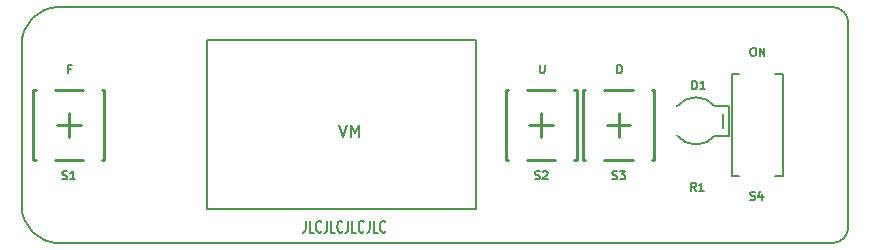
<source format=gbr>
G04 #@! TF.GenerationSoftware,KiCad,Pcbnew,5.1.0-unknown-9bfce26~82~ubuntu18.04.1*
G04 #@! TF.CreationDate,2019-03-12T00:27:46+01:00*
G04 #@! TF.ProjectId,spwm3.3,7370776d-332e-4332-9e6b-696361645f70,rev?*
G04 #@! TF.SameCoordinates,Original*
G04 #@! TF.FileFunction,Legend,Top*
G04 #@! TF.FilePolarity,Positive*
%FSLAX46Y46*%
G04 Gerber Fmt 4.6, Leading zero omitted, Abs format (unit mm)*
G04 Created by KiCad (PCBNEW 5.1.0-unknown-9bfce26~82~ubuntu18.04.1) date 2019-03-12 00:27:46*
%MOMM*%
%LPD*%
G04 APERTURE LIST*
%ADD10C,0.175750*%
%ADD11C,0.150000*%
%ADD12C,0.200000*%
%ADD13C,0.250000*%
G04 APERTURE END LIST*
D10*
X116948142Y-109563647D02*
X117048570Y-109597123D01*
X117215951Y-109597123D01*
X117282904Y-109563647D01*
X117316380Y-109530171D01*
X117349856Y-109463219D01*
X117349856Y-109396266D01*
X117316380Y-109329314D01*
X117282904Y-109295838D01*
X117215951Y-109262361D01*
X117082047Y-109228885D01*
X117015094Y-109195409D01*
X116981618Y-109161933D01*
X116948142Y-109094980D01*
X116948142Y-109028028D01*
X116981618Y-108961076D01*
X117015094Y-108927600D01*
X117082047Y-108894123D01*
X117249427Y-108894123D01*
X117349856Y-108927600D01*
X118019380Y-109597123D02*
X117617666Y-109597123D01*
X117818523Y-109597123D02*
X117818523Y-108894123D01*
X117751570Y-108994552D01*
X117684618Y-109061504D01*
X117617666Y-109094980D01*
X117655951Y-100228885D02*
X117421618Y-100228885D01*
X117421618Y-100597123D02*
X117421618Y-99894123D01*
X117756380Y-99894123D01*
X137552475Y-113102380D02*
X137552475Y-113816666D01*
X137518999Y-113959523D01*
X137452047Y-114054761D01*
X137351618Y-114102380D01*
X137284666Y-114102380D01*
X138221999Y-114102380D02*
X137887237Y-114102380D01*
X137887237Y-113102380D01*
X138858047Y-114007142D02*
X138824570Y-114054761D01*
X138724142Y-114102380D01*
X138657189Y-114102380D01*
X138556761Y-114054761D01*
X138489808Y-113959523D01*
X138456332Y-113864285D01*
X138422856Y-113673809D01*
X138422856Y-113530952D01*
X138456332Y-113340476D01*
X138489808Y-113245238D01*
X138556761Y-113150000D01*
X138657189Y-113102380D01*
X138724142Y-113102380D01*
X138824570Y-113150000D01*
X138858047Y-113197619D01*
X139360189Y-113102380D02*
X139360189Y-113816666D01*
X139326713Y-113959523D01*
X139259761Y-114054761D01*
X139159332Y-114102380D01*
X139092380Y-114102380D01*
X140029713Y-114102380D02*
X139694951Y-114102380D01*
X139694951Y-113102380D01*
X140665761Y-114007142D02*
X140632285Y-114054761D01*
X140531856Y-114102380D01*
X140464904Y-114102380D01*
X140364475Y-114054761D01*
X140297523Y-113959523D01*
X140264047Y-113864285D01*
X140230570Y-113673809D01*
X140230570Y-113530952D01*
X140264047Y-113340476D01*
X140297523Y-113245238D01*
X140364475Y-113150000D01*
X140464904Y-113102380D01*
X140531856Y-113102380D01*
X140632285Y-113150000D01*
X140665761Y-113197619D01*
X141167904Y-113102380D02*
X141167904Y-113816666D01*
X141134427Y-113959523D01*
X141067475Y-114054761D01*
X140967047Y-114102380D01*
X140900094Y-114102380D01*
X141837427Y-114102380D02*
X141502666Y-114102380D01*
X141502666Y-113102380D01*
X142473475Y-114007142D02*
X142439999Y-114054761D01*
X142339570Y-114102380D01*
X142272618Y-114102380D01*
X142172189Y-114054761D01*
X142105237Y-113959523D01*
X142071761Y-113864285D01*
X142038285Y-113673809D01*
X142038285Y-113530952D01*
X142071761Y-113340476D01*
X142105237Y-113245238D01*
X142172189Y-113150000D01*
X142272618Y-113102380D01*
X142339570Y-113102380D01*
X142439999Y-113150000D01*
X142473475Y-113197619D01*
X142975618Y-113102380D02*
X142975618Y-113816666D01*
X142942142Y-113959523D01*
X142875189Y-114054761D01*
X142774761Y-114102380D01*
X142707808Y-114102380D01*
X143645142Y-114102380D02*
X143310380Y-114102380D01*
X143310380Y-113102380D01*
X144281189Y-114007142D02*
X144247713Y-114054761D01*
X144147285Y-114102380D01*
X144080332Y-114102380D01*
X143979904Y-114054761D01*
X143912951Y-113959523D01*
X143879475Y-113864285D01*
X143845999Y-113673809D01*
X143845999Y-113530952D01*
X143879475Y-113340476D01*
X143912951Y-113245238D01*
X143979904Y-113150000D01*
X144080332Y-113102380D01*
X144147285Y-113102380D01*
X144247713Y-113150000D01*
X144281189Y-113197619D01*
D11*
X183501100Y-113603599D02*
G75*
G02X182101100Y-115003600I-1399828J-173D01*
G01*
X183501100Y-113603600D02*
X183501100Y-111153600D01*
X183501100Y-111153600D02*
X183501100Y-96403600D01*
X182101100Y-95003599D02*
G75*
G02X183501100Y-96403600I172J-1399828D01*
G01*
X182101100Y-95003600D02*
X116676100Y-95003600D01*
X113501100Y-98178599D02*
G75*
G02X116676100Y-95003600I3175218J-219D01*
G01*
X113501100Y-98178600D02*
X113501100Y-111828600D01*
X116676100Y-115003599D02*
G75*
G02X113501100Y-111828600I218J3175218D01*
G01*
X116676100Y-115003600D02*
X182101100Y-115003600D01*
X182101100Y-115003600D02*
X182101100Y-115003600D01*
X151978100Y-112081600D02*
X151978100Y-97821600D01*
X151978100Y-97821600D02*
X129178100Y-97821600D01*
X129178100Y-97821600D02*
X129178100Y-112081600D01*
X129178100Y-112081600D02*
X151978100Y-112081600D01*
D10*
X156961242Y-109563647D02*
X157061670Y-109597123D01*
X157229051Y-109597123D01*
X157296004Y-109563647D01*
X157329480Y-109530171D01*
X157362956Y-109463219D01*
X157362956Y-109396266D01*
X157329480Y-109329314D01*
X157296004Y-109295838D01*
X157229051Y-109262361D01*
X157095147Y-109228885D01*
X157028194Y-109195409D01*
X156994718Y-109161933D01*
X156961242Y-109094980D01*
X156961242Y-109028028D01*
X156994718Y-108961076D01*
X157028194Y-108927600D01*
X157095147Y-108894123D01*
X157262527Y-108894123D01*
X157362956Y-108927600D01*
X157630766Y-108961076D02*
X157664242Y-108927600D01*
X157731194Y-108894123D01*
X157898575Y-108894123D01*
X157965527Y-108927600D01*
X157999004Y-108961076D01*
X158032480Y-109028028D01*
X158032480Y-109094980D01*
X157999004Y-109195409D01*
X157597289Y-109597123D01*
X158032480Y-109597123D01*
X163511242Y-109563647D02*
X163611670Y-109597123D01*
X163779051Y-109597123D01*
X163846004Y-109563647D01*
X163879480Y-109530171D01*
X163912956Y-109463219D01*
X163912956Y-109396266D01*
X163879480Y-109329314D01*
X163846004Y-109295838D01*
X163779051Y-109262361D01*
X163645147Y-109228885D01*
X163578194Y-109195409D01*
X163544718Y-109161933D01*
X163511242Y-109094980D01*
X163511242Y-109028028D01*
X163544718Y-108961076D01*
X163578194Y-108927600D01*
X163645147Y-108894123D01*
X163812527Y-108894123D01*
X163912956Y-108927600D01*
X164147289Y-108894123D02*
X164582480Y-108894123D01*
X164348147Y-109161933D01*
X164448575Y-109161933D01*
X164515527Y-109195409D01*
X164549004Y-109228885D01*
X164582480Y-109295838D01*
X164582480Y-109463219D01*
X164549004Y-109530171D01*
X164515527Y-109563647D01*
X164448575Y-109597123D01*
X164247718Y-109597123D01*
X164180766Y-109563647D01*
X164147289Y-109530171D01*
X175211242Y-111313647D02*
X175311670Y-111347123D01*
X175479051Y-111347123D01*
X175546004Y-111313647D01*
X175579480Y-111280171D01*
X175612956Y-111213219D01*
X175612956Y-111146266D01*
X175579480Y-111079314D01*
X175546004Y-111045838D01*
X175479051Y-111012361D01*
X175345147Y-110978885D01*
X175278194Y-110945409D01*
X175244718Y-110911933D01*
X175211242Y-110844980D01*
X175211242Y-110778028D01*
X175244718Y-110711076D01*
X175278194Y-110677600D01*
X175345147Y-110644123D01*
X175512527Y-110644123D01*
X175612956Y-110677600D01*
X176215527Y-110878457D02*
X176215527Y-111347123D01*
X176048147Y-110610647D02*
X175880766Y-111112790D01*
X176315956Y-111112790D01*
X170596432Y-110597123D02*
X170362099Y-110262361D01*
X170194718Y-110597123D02*
X170194718Y-109894123D01*
X170462527Y-109894123D01*
X170529480Y-109927600D01*
X170562956Y-109961076D01*
X170596432Y-110028028D01*
X170596432Y-110128457D01*
X170562956Y-110195409D01*
X170529480Y-110228885D01*
X170462527Y-110262361D01*
X170194718Y-110262361D01*
X171265956Y-110597123D02*
X170864242Y-110597123D01*
X171065099Y-110597123D02*
X171065099Y-109894123D01*
X170998147Y-109994552D01*
X170931194Y-110061504D01*
X170864242Y-110094980D01*
X157394718Y-99894123D02*
X157394718Y-100463219D01*
X157428194Y-100530171D01*
X157461670Y-100563647D01*
X157528623Y-100597123D01*
X157662527Y-100597123D01*
X157729480Y-100563647D01*
X157762956Y-100530171D01*
X157796432Y-100463219D01*
X157796432Y-99894123D01*
X163944718Y-100597123D02*
X163944718Y-99894123D01*
X164112099Y-99894123D01*
X164212527Y-99927600D01*
X164279480Y-99994552D01*
X164312956Y-100061504D01*
X164346432Y-100195409D01*
X164346432Y-100295838D01*
X164312956Y-100429742D01*
X164279480Y-100496695D01*
X164212527Y-100563647D01*
X164112099Y-100597123D01*
X163944718Y-100597123D01*
X170294718Y-101947123D02*
X170294718Y-101244123D01*
X170462099Y-101244123D01*
X170562527Y-101277600D01*
X170629480Y-101344552D01*
X170662956Y-101411504D01*
X170696432Y-101545409D01*
X170696432Y-101645838D01*
X170662956Y-101779742D01*
X170629480Y-101846695D01*
X170562527Y-101913647D01*
X170462099Y-101947123D01*
X170294718Y-101947123D01*
X171365956Y-101947123D02*
X170964242Y-101947123D01*
X171165099Y-101947123D02*
X171165099Y-101244123D01*
X171098147Y-101344552D01*
X171031194Y-101411504D01*
X170964242Y-101444980D01*
X175378623Y-98444123D02*
X175512527Y-98444123D01*
X175579480Y-98477600D01*
X175646432Y-98544552D01*
X175679908Y-98678457D01*
X175679908Y-98912790D01*
X175646432Y-99046695D01*
X175579480Y-99113647D01*
X175512527Y-99147123D01*
X175378623Y-99147123D01*
X175311670Y-99113647D01*
X175244718Y-99046695D01*
X175211242Y-98912790D01*
X175211242Y-98678457D01*
X175244718Y-98544552D01*
X175311670Y-98477600D01*
X175378623Y-98444123D01*
X175981194Y-99147123D02*
X175981194Y-98444123D01*
X176382908Y-99147123D01*
X176382908Y-98444123D01*
D11*
G04 #@! TO.C,VM*
X151978100Y-112091600D02*
X151978100Y-97831600D01*
X129178100Y-112091600D02*
X151978100Y-112091600D01*
X129178100Y-97831600D02*
X129178100Y-112091600D01*
X151978100Y-97831600D02*
X129178100Y-97831600D01*
D12*
G04 #@! TO.C,D1*
X172899100Y-104053600D02*
X172899100Y-105253600D01*
X173399100Y-105903600D02*
X172199100Y-105903600D01*
X172199100Y-105903600D02*
G75*
G02X168999100Y-105903600I-1600000J1331591D01*
G01*
X168999100Y-103403600D02*
G75*
G02X172199100Y-103403600I1600000J-1331591D01*
G01*
X173399100Y-103403600D02*
X173399100Y-105903600D01*
X173399100Y-103403600D02*
X172199100Y-103403600D01*
G04 #@! TO.C,S4*
X174279100Y-109304600D02*
X173629100Y-109304600D01*
X174279100Y-100702600D02*
X173629100Y-100702600D01*
X177929100Y-109304600D02*
X177279100Y-109304600D01*
X173629100Y-100702600D02*
X173629100Y-109304600D01*
X177929100Y-100702600D02*
X177929100Y-109304600D01*
X177929100Y-100702600D02*
X177279100Y-100702600D01*
D13*
G04 #@! TO.C,S2*
X157488500Y-104003567D02*
X157488500Y-106003567D01*
X158488500Y-105003567D02*
X156488500Y-105003567D01*
X154488500Y-108003567D02*
X154688500Y-108003567D01*
X154488500Y-102003567D02*
X154688500Y-102003567D01*
X160488500Y-108003567D02*
X160288500Y-108003567D01*
X158688500Y-108003567D02*
X156288500Y-108003567D01*
X158688500Y-102003567D02*
X156288500Y-102003567D01*
X154488500Y-102003567D02*
X154488500Y-108003567D01*
X160488500Y-102003567D02*
X160488500Y-108003567D01*
X160488500Y-102003567D02*
X160288500Y-102003567D01*
G04 #@! TO.C,S3*
X164043000Y-106003567D02*
X164043000Y-104003567D01*
X163043000Y-105003567D02*
X165043000Y-105003567D01*
X167043000Y-102003567D02*
X166843000Y-102003567D01*
X167043000Y-108003567D02*
X166843000Y-108003567D01*
X161043000Y-102003567D02*
X161243000Y-102003567D01*
X162843000Y-102003567D02*
X165243000Y-102003567D01*
X162843000Y-108003567D02*
X165243000Y-108003567D01*
X167043000Y-108003567D02*
X167043000Y-102003567D01*
X161043000Y-108003567D02*
X161043000Y-102003567D01*
X161043000Y-108003567D02*
X161243000Y-108003567D01*
G04 #@! TO.C,S1*
X117497000Y-104003567D02*
X117497000Y-106003567D01*
X118497000Y-105003567D02*
X116497000Y-105003567D01*
X114497000Y-108003567D02*
X114697000Y-108003567D01*
X114497000Y-102003567D02*
X114697000Y-102003567D01*
X120497000Y-108003567D02*
X120297000Y-108003567D01*
X118697000Y-108003567D02*
X116297000Y-108003567D01*
X118697000Y-102003567D02*
X116297000Y-102003567D01*
X114497000Y-102003567D02*
X114497000Y-108003567D01*
X120497000Y-102003567D02*
X120497000Y-108003567D01*
X120497000Y-102003567D02*
X120297000Y-102003567D01*
G04 #@! TD*
G04 #@! TO.C,VM*
D11*
X140415238Y-104992380D02*
X140748571Y-105992380D01*
X141081904Y-104992380D01*
X141415238Y-105992380D02*
X141415238Y-104992380D01*
X141748571Y-105706666D01*
X142081904Y-104992380D01*
X142081904Y-105992380D01*
G04 #@! TD*
M02*

</source>
